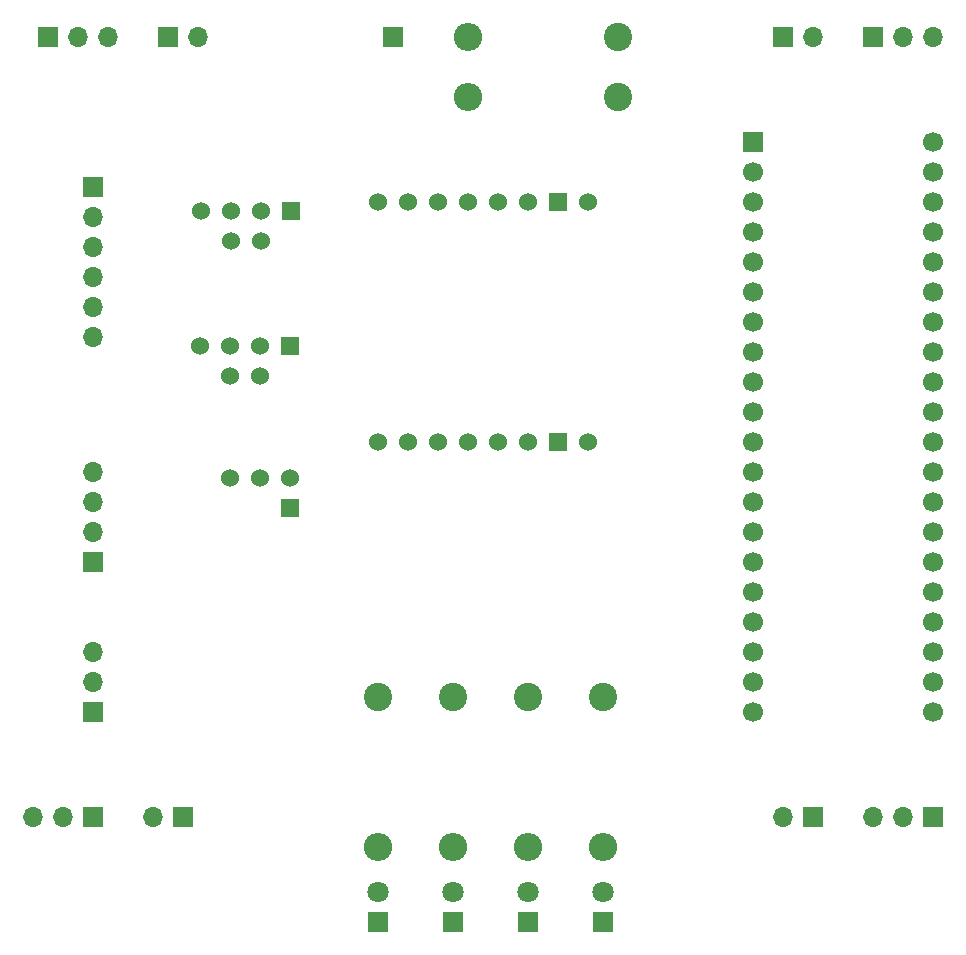
<source format=gbr>
%TF.GenerationSoftware,KiCad,Pcbnew,(5.1.10)-1*%
%TF.CreationDate,2021-12-09T02:28:18+01:00*%
%TF.ProjectId,flight controller,666c6967-6874-4206-936f-6e74726f6c6c,rev?*%
%TF.SameCoordinates,Original*%
%TF.FileFunction,Soldermask,Bot*%
%TF.FilePolarity,Negative*%
%FSLAX46Y46*%
G04 Gerber Fmt 4.6, Leading zero omitted, Abs format (unit mm)*
G04 Created by KiCad (PCBNEW (5.1.10)-1) date 2021-12-09 02:28:18*
%MOMM*%
%LPD*%
G01*
G04 APERTURE LIST*
%ADD10R,1.524000X1.524000*%
%ADD11C,1.524000*%
%ADD12C,1.800000*%
%ADD13R,1.800000X1.800000*%
%ADD14O,1.700000X1.700000*%
%ADD15R,1.700000X1.700000*%
%ADD16O,2.400000X2.400000*%
%ADD17C,2.400000*%
%ADD18C,1.700000*%
G04 APERTURE END LIST*
D10*
%TO.C,U6*%
X134747000Y-108458000D03*
D11*
X134747000Y-105918000D03*
X132207000Y-105918000D03*
X129667000Y-105918000D03*
%TD*%
D12*
%TO.C,D1*%
X148590000Y-140970000D03*
D13*
X148590000Y-143510000D03*
%TD*%
D12*
%TO.C,D2*%
X142240000Y-140970000D03*
D13*
X142240000Y-143510000D03*
%TD*%
D12*
%TO.C,D3*%
X154940000Y-140970000D03*
D13*
X154940000Y-143510000D03*
%TD*%
D12*
%TO.C,D4*%
X161290000Y-140970000D03*
D13*
X161290000Y-143510000D03*
%TD*%
D14*
%TO.C,J1*%
X113030000Y-134620000D03*
X115570000Y-134620000D03*
D15*
X118110000Y-134620000D03*
%TD*%
D14*
%TO.C,J2*%
X119380000Y-68580000D03*
X116840000Y-68580000D03*
D15*
X114300000Y-68580000D03*
%TD*%
D14*
%TO.C,J3*%
X127000000Y-68580000D03*
D15*
X124460000Y-68580000D03*
%TD*%
D14*
%TO.C,J4*%
X123190000Y-134620000D03*
D15*
X125730000Y-134620000D03*
%TD*%
D14*
%TO.C,J5*%
X179070000Y-68580000D03*
D15*
X176530000Y-68580000D03*
%TD*%
D14*
%TO.C,J6*%
X189230000Y-68580000D03*
X186690000Y-68580000D03*
D15*
X184150000Y-68580000D03*
%TD*%
D14*
%TO.C,J7*%
X176530000Y-134620000D03*
D15*
X179070000Y-134620000D03*
%TD*%
D14*
%TO.C,J8*%
X184150000Y-134620000D03*
X186690000Y-134620000D03*
D15*
X189230000Y-134620000D03*
%TD*%
D14*
%TO.C,J9*%
X118110000Y-105410000D03*
X118110000Y-107950000D03*
X118110000Y-110490000D03*
D15*
X118110000Y-113030000D03*
%TD*%
D14*
%TO.C,J10*%
X118110000Y-120650000D03*
X118110000Y-123190000D03*
D15*
X118110000Y-125730000D03*
%TD*%
%TO.C,J11*%
X143510000Y-68580000D03*
%TD*%
D16*
%TO.C,R1*%
X148590000Y-137160000D03*
D17*
X148590000Y-124460000D03*
%TD*%
D16*
%TO.C,R2*%
X142240000Y-137160000D03*
D17*
X142240000Y-124460000D03*
%TD*%
D16*
%TO.C,R3*%
X154940000Y-137160000D03*
D17*
X154940000Y-124460000D03*
%TD*%
D16*
%TO.C,R4*%
X161290000Y-137160000D03*
D17*
X161290000Y-124460000D03*
%TD*%
D16*
%TO.C,R5*%
X149860000Y-73660000D03*
D17*
X162560000Y-73660000D03*
%TD*%
D16*
%TO.C,R6*%
X149860000Y-68580000D03*
D17*
X162560000Y-68580000D03*
%TD*%
D18*
%TO.C,U1*%
X173990000Y-125730000D03*
X189230000Y-125730000D03*
X173990000Y-123190000D03*
X189230000Y-123190000D03*
X173990000Y-120650000D03*
X189230000Y-120650000D03*
X173990000Y-118110000D03*
X189230000Y-118110000D03*
X173990000Y-115570000D03*
X189230000Y-115570000D03*
X173990000Y-113030000D03*
X189230000Y-113030000D03*
X173990000Y-110490000D03*
X189230000Y-110490000D03*
X173990000Y-107950000D03*
X189230000Y-107950000D03*
X173990000Y-105410000D03*
X189230000Y-105410000D03*
X173990000Y-102870000D03*
X189230000Y-102870000D03*
X173990000Y-100330000D03*
X189230000Y-100330000D03*
X173990000Y-97790000D03*
X189230000Y-97790000D03*
X173990000Y-95250000D03*
X189230000Y-95250000D03*
X173990000Y-92710000D03*
X189230000Y-92710000D03*
X173990000Y-90170000D03*
X189230000Y-90170000D03*
X173990000Y-87630000D03*
X189230000Y-87630000D03*
X173990000Y-85090000D03*
X189230000Y-85090000D03*
X173990000Y-82550000D03*
X189230000Y-82550000D03*
X173990000Y-80010000D03*
X189230000Y-80010000D03*
D15*
X173990000Y-77470000D03*
D18*
X189230000Y-77470000D03*
%TD*%
D11*
%TO.C,U2*%
X160020000Y-82550000D03*
D10*
X157480000Y-82550000D03*
D11*
X154940000Y-82550000D03*
X142240000Y-82550000D03*
X144780000Y-82550000D03*
X147320000Y-82550000D03*
X149860000Y-82550000D03*
X152400000Y-82550000D03*
%TD*%
D14*
%TO.C,U3*%
X118110000Y-93980000D03*
X118110000Y-91440000D03*
X118110000Y-88900000D03*
X118110000Y-86360000D03*
X118110000Y-83820000D03*
D15*
X118110000Y-81280000D03*
%TD*%
D11*
%TO.C,U4*%
X129667000Y-97282000D03*
X132207000Y-97282000D03*
X127127000Y-94742000D03*
X129667000Y-94742000D03*
X132207000Y-94742000D03*
D10*
X134747000Y-94742000D03*
%TD*%
D11*
%TO.C,U5*%
X129794000Y-85852000D03*
X132334000Y-85852000D03*
X127254000Y-83312000D03*
X129794000Y-83312000D03*
X132334000Y-83312000D03*
D10*
X134874000Y-83312000D03*
%TD*%
D11*
%TO.C,U7*%
X160020000Y-102870000D03*
D10*
X157480000Y-102870000D03*
D11*
X154940000Y-102870000D03*
X142240000Y-102870000D03*
X144780000Y-102870000D03*
X147320000Y-102870000D03*
X149860000Y-102870000D03*
X152400000Y-102870000D03*
%TD*%
M02*

</source>
